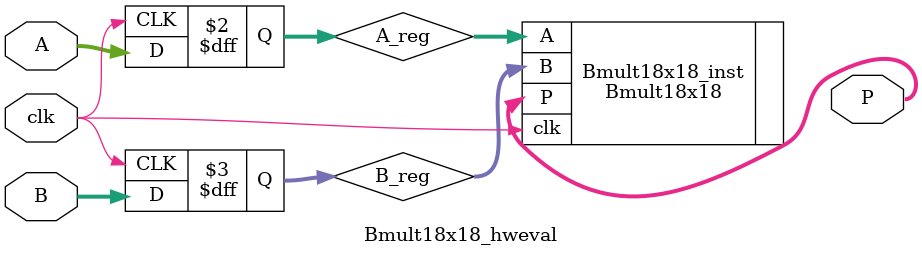
<source format=sv>
`timescale 1ns / 1ps

module Bmult18x18_hweval (
    input  logic          clk,
    input  logic [17 : 0] A,
    input  logic [17 : 0] B,
    output logic [35 : 0] P
    );

    logic [17 : 0] A_reg;
    logic [17 : 0] B_reg;

    always_ff @(posedge clk) begin
        A_reg <= A;
        B_reg <= B;
    end

    Bmult18x18 Bmult18x18_inst (
        .clk(clk  ),
        .A  (A_reg),
        .B  (B_reg),
        .P  (P    ));

endmodule
</source>
